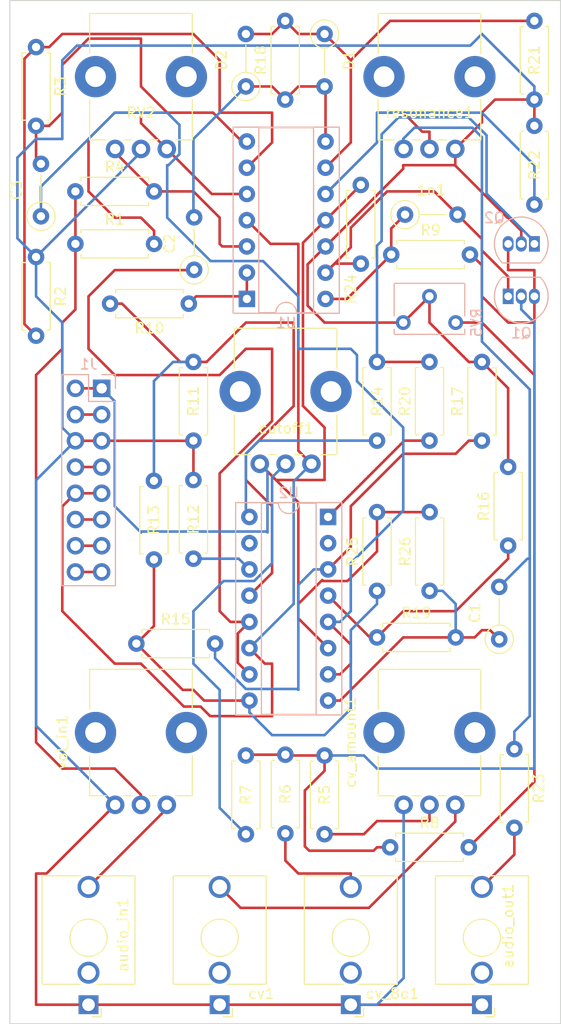
<source format=kicad_pcb>
(kicad_pcb (version 20211014) (generator pcbnew)
  (layers (0 "F.Cu" signal) (31 "B.Cu" signal) (34 "B.Paste" user) (35 "F.Paste" user) (36 "B.SilkS" user "B.Silkscreen") (37 "F.SilkS" user "F.Silkscreen") (38 "B.Mask" user) (39 "F.Mask" user) (44 "Edge.Cuts" user))
  (net 0 "")
  (net 1 "GND")
  (net 3 "Net-(1n1-Pad2)")
  (net 5 "Net-(1n1-Pad1)")
  (net 7 "Net-(R1-Pad2)")
  (net 8 "Net-(R2-Pad2)")
  (net 9 "Net-(C2-Pad1)")
  (net 10 "Net-(R4-Pad2)")
  (net 11 "Net-(R23-Pad2)")
  (net 12 "-12V")
  (net 13 "+12V")
  (net 14 "Net-(C1-Pad1)")
  (net 15 "Net-(C1-Pad2)")
  (net 16 "Net-(R6-Pad1)")
  (net 17 "Net-(D1-Pad1)")
  (net 18 "Net-(J1-Pad15)")
  (net 19 "Net-(J1-Pad13)")
  (net 20 "Net-(J1-Pad11)")
  (net 21 "Net-(Q1-Pad2)")
  (net 22 "Net-(Q1-Pad3)")
  (net 23 "Net-(Q2-Pad1)")
  (net 24 "Net-(R1-Pad1)")
  (net 25 "Net-(C2-Pad2)")
  (net 26 "Net-(R5-Pad1)")
  (net 27 "Net-(R7-Pad1)")
  (net 28 "Net-(R8-Pad2)")
  (net 29 "Net-(R10-Pad1)")
  (net 30 "Net-(R10-Pad2)")
  (net 31 "Net-(R12-Pad1)")
  (net 32 "Net-(R13-Pad2)")
  (net 33 "Net-(R14-Pad1)")
  (net 34 "Net-(R15-Pad2)")
  (net 35 "Net-(R16-Pad1)")
  (net 36 "Net-(R20-Pad1)")
  (net 37 "Net-(R22-Pad1)")
  (net 40 "Net-(audio_in1-PadT)")
  (net 42 "Net-(cv1-PadT)")
  (net 43 "Net-(J1-Pad3)")
  (net 44 "Net-(J1-Pad7)")
  (net 45 "Net-(C3-Pad1)")
  (net 46 "Net-(C3-Pad2)")
  (footprint "Resistor_THT:R_Axial_DIN0207_L6.3mm_D2.5mm_P7.62mm_Horizontal" (layer "F.Cu") (at 151.238077 72.858635)
    (fp_text reference "R9")
    (fp_text value "4.7k")
  )
  (footprint "Resistor_THT:R_Axial_DIN0207_L6.3mm_D2.5mm_P7.62mm_Horizontal" (layer "F.Cu") (at 148.289362 73.734073 90)
    (fp_text reference "R24")
    (fp_text value "470k")
  )
  (footprint "Potentiometer_THT:Potentiometer_Bourns_PTV09A-1_Single_Vertical" (layer "F.Cu") (at 157.44 62.63 90)
    (fp_text reference "resonance1")
    (fp_text value "100k")
  )
  (footprint "Potentiometer_THT:Potentiometer_Bourns_PTV09A-1_Single_Vertical" (layer "F.Cu") (at 157.44 126.13 90)
    (fp_text reference "cv_amount1")
    (fp_text value "100k")
  )
  (footprint "Resistor_THT:R_Axial_DIN0207_L6.3mm_D2.5mm_P7.62mm_Horizontal" (layer "F.Cu") (at 126.554436 110.518109)
    (fp_text reference "R15")
    (fp_text value "10k")
  )
  (footprint "Resistor_THT:R_Axial_DIN0207_L6.3mm_D2.5mm_P7.62mm_Horizontal" (layer "F.Cu") (at 149.86 90.87 90)
    (fp_text reference "R14")
    (fp_text value "10k")
  )
  (footprint "Potentiometer_THT:Potentiometer_Bourns_PTV09A-1_Single_Vertical" (layer "F.Cu") (at 129.5 62.63 90)
    (fp_text reference "RV2")
    (fp_text value "100k")
  )
  (footprint "Resistor_THT:R_Axial_DIN0207_L6.3mm_D2.5mm_P7.62mm_Horizontal" (layer "F.Cu") (at 120.65 71.82)
    (fp_text reference "R1")
    (fp_text value "100k")
  )
  (footprint "Resistor_THT:R_Axial_DIN0207_L6.3mm_D2.5mm_P7.62mm_Horizontal" (layer "F.Cu") (at 165.1 68.01 90)
    (fp_text reference "R22")
    (fp_text value "47k")
  )
  (footprint "Resistor_THT:R_Axial_DIN0207_L6.3mm_D2.5mm_P7.62mm_Horizontal" (layer "F.Cu") (at 140.97 57.85 90)
    (fp_text reference "R18")
    (fp_text value "10k")
  )
  (footprint "Resistor_THT:R_Axial_DIN0207_L6.3mm_D2.5mm_P7.62mm_Horizontal" (layer "F.Cu") (at 160.02 90.87 90)
    (fp_text reference "R17")
    (fp_text value "220")
  )
  (footprint "Resistor_THT:R_Axial_DIN0207_L6.3mm_D2.5mm_P7.62mm_Horizontal" (layer "F.Cu") (at 120.65 66.74)
    (fp_text reference "R4")
    (fp_text value "100k")
  )
  (footprint "Connector_Audio:Jack_3.5mm_QingPu_WQP-PJ398SM_Vertical_CircularHoles" (layer "F.Cu") (at 160.02 145.48 180)
    (fp_text reference "audio_out1")
    (fp_text value "AudioJack2_SwitchT")
  )
  (footprint "Resistor_THT:R_Axial_DIN0207_L6.3mm_D2.5mm_P5.08mm_Vertical" (layer "F.Cu") (at 137.16 56.58 90)
    (fp_text reference "D2")
    (fp_text value "LED")
  )
  (footprint "Resistor_THT:R_Axial_DIN0207_L6.3mm_D2.5mm_P5.08mm_Vertical" (layer "F.Cu") (at 161.698385 110.106821 90)
    (fp_text reference "C1")
    (fp_text value "470n")
  )
  (footprint "Resistor_THT:R_Axial_DIN0207_L6.3mm_D2.5mm_P7.62mm_Horizontal" (layer "F.Cu") (at 132.08 83.25 -90)
    (fp_text reference "R11")
    (fp_text value "220")
  )
  (footprint "Resistor_THT:R_Axial_DIN0207_L6.3mm_D2.5mm_P7.62mm_Horizontal" (layer "F.Cu") (at 128.255709 94.758654 -90)
    (fp_text reference "R13")
    (fp_text value "10k")
  )
  (footprint "Resistor_THT:R_Axial_DIN0207_L6.3mm_D2.5mm_P7.62mm_Horizontal" (layer "F.Cu") (at 131.6325 77.609507 180)
    (fp_text reference "R10")
    (fp_text value "4.7k")
  )
  (footprint "Resistor_THT:R_Axial_DIN0207_L6.3mm_D2.5mm_P7.62mm_Horizontal" (layer "F.Cu") (at 144.78 128.97 90)
    (fp_text reference "R5")
    (fp_text value "100k")
  )
  (footprint "Resistor_THT:R_Axial_DIN0207_L6.3mm_D2.5mm_P7.62mm_Horizontal" (layer "F.Cu") (at 163.160436 120.730509 -90)
    (fp_text reference "R23")
    (fp_text value "1k")
  )
  (footprint "Resistor_THT:R_Axial_DIN0207_L6.3mm_D2.5mm_P5.08mm_Vertical" (layer "F.Cu") (at 152.574806 68.989162)
    (fp_text reference "1n1")
    (fp_text value "4.7n")
  )
  (footprint "Resistor_THT:R_Axial_DIN0207_L6.3mm_D2.5mm_P7.62mm_Horizontal" (layer "F.Cu") (at 137.16 128.97 90)
    (fp_text reference "R7")
    (fp_text value "220k")
  )
  (footprint "Potentiometer_THT:Potentiometer_Bourns_PTV09A-1_Single_Vertical" (layer "F.Cu") (at 129.5 126.13 90)
    (fp_text reference "vol_in1")
    (fp_text value "100k")
  )
  (footprint "Resistor_THT:R_Axial_DIN0207_L6.3mm_D2.5mm_P7.62mm_Horizontal" (layer "F.Cu") (at 151.13 130.24)
    (fp_text reference "R8")
    (fp_text value "1.5k")
  )
  (footprint "Resistor_THT:R_Axial_DIN0207_L6.3mm_D2.5mm_P7.62mm_Horizontal" (layer "F.Cu") (at 132.08 102.3 90)
    (fp_text reference "R12")
    (fp_text value "220")
  )
  (footprint "Connector_Audio:Jack_3.5mm_QingPu_WQP-PJ398SM_Vertical_CircularHoles" (layer "F.Cu") (at 147.32 145.48 180)
    (fp_text reference "cv_8o1")
    (fp_text value "AudioJack2_SwitchT")
  )
  (footprint "Resistor_THT:R_Axial_DIN0207_L6.3mm_D2.5mm_P7.62mm_Horizontal" (layer "F.Cu") (at 154.956345 105.41 90)
    (fp_text reference "R26")
    (fp_text value "10k")
  )
  (footprint "Resistor_THT:R_Axial_DIN0207_L6.3mm_D2.5mm_P7.62mm_Horizontal" (layer "F.Cu") (at 149.86 105.41 90)
    (fp_text reference "R25")
    (fp_text value "10k")
  )
  (footprint "Connector_Audio:Jack_3.5mm_QingPu_WQP-PJ398SM_Vertical_CircularHoles" (layer "F.Cu") (at 134.62 145.48 180)
    (fp_text reference "cv1")
    (fp_text value "AudioJack2_SwitchT")
  )
  (footprint "Potentiometer_THT:Potentiometer_Bourns_PTV09A-1_Single_Vertical" (layer "F.Cu") (at 143.506702 93.11 90)
    (fp_text reference "cutoff1")
    (fp_text value "10k")
  )
  (footprint "Resistor_THT:R_Axial_DIN0207_L6.3mm_D2.5mm_P5.08mm_Vertical" (layer "F.Cu") (at 117.312903 69.152244 90)
    (fp_text reference "C3")
    (fp_text value "1n")
  )
  (footprint "Resistor_THT:R_Axial_DIN0207_L6.3mm_D2.5mm_P7.62mm_Horizontal" (layer "F.Cu") (at 140.98349 128.894692 90)
    (fp_text reference "R6")
    (fp_text value "100k")
  )
  (footprint "Resistor_THT:R_Axial_DIN0207_L6.3mm_D2.5mm_P7.62mm_Horizontal" (layer "F.Cu") (at 149.86 109.92)
    (fp_text reference "R19")
    (fp_text value "10k")
  )
  (footprint "Resistor_THT:R_Axial_DIN0207_L6.3mm_D2.5mm_P7.62mm_Horizontal" (layer "F.Cu") (at 116.84 73.09 -90)
    (fp_text reference "R2")
    (fp_text value "100k")
  )
  (footprint "Resistor_THT:R_Axial_DIN0207_L6.3mm_D2.5mm_P5.08mm_Vertical" (layer "F.Cu") (at 132.149618 74.330176 90)
    (fp_text reference "C2")
    (fp_text value "1n")
  )
  (footprint "Resistor_THT:R_Axial_DIN0207_L6.3mm_D2.5mm_P7.62mm_Horizontal" (layer "F.Cu") (at 165.1 50.23 -90)
    (fp_text reference "R21")
    (fp_text value "4.7k")
  )
  (footprint "Resistor_THT:R_Axial_DIN0207_L6.3mm_D2.5mm_P7.62mm_Horizontal" (layer "F.Cu") (at 154.94 90.87 90)
    (fp_text reference "R20")
    (fp_text value "10k")
  )
  (footprint "Resistor_THT:R_Axial_DIN0207_L6.3mm_D2.5mm_P5.08mm_Vertical" (layer "F.Cu") (at 144.78 51.5 -90)
    (fp_text reference "D1")
    (fp_text value "LED")
  )
  (footprint "Resistor_THT:R_Axial_DIN0207_L6.3mm_D2.5mm_P7.62mm_Horizontal" (layer "F.Cu") (at 116.84 52.77 -90)
    (fp_text reference "R3")
    (fp_text value "100k")
  )
  (footprint "Resistor_THT:R_Axial_DIN0207_L6.3mm_D2.5mm_P7.62mm_Horizontal" (layer "F.Cu") (at 162.56 101.03 90)
    (fp_text reference "R16")
    (fp_text value "220")
  )
  (footprint "Connector_Audio:Jack_3.5mm_QingPu_WQP-PJ398SM_Vertical_CircularHoles" (layer "F.Cu") (at 121.92 145.48 180)
    (fp_text reference "audio_in1")
    (fp_text value "AudioJack2_SwitchT")
  )
  (footprint "Package_TO_SOT_THT:TO-92_Inline" (layer "B.Cu") (at 165.1 71.82 180)
    (fp_text reference "Q2")
    (fp_text value "BC557")
  )
  (footprint "Connector_PinHeader_2.54mm:PinHeader_2x08_P2.54mm_Vertical" (layer "B.Cu") (at 123.195 85.805 180)
    (fp_text reference "J1")
    (fp_text value "Conn_02x08_Odd_Even")
  )
  (footprint "Package_DIP:DIP-16_W7.62mm_Socket" (layer "B.Cu") (at 145.122602 98.256647 180)
    (fp_text reference "U2")
    (fp_text value "LM13700")
  )
  (footprint "Potentiometer_THT:Potentiometer_Vishay_T73XX_Horizontal" (layer "B.Cu") (at 157.48 79.44 90)
    (fp_text reference "RV5")
    (fp_text value "1k")
  )
  (footprint "Package_DIP:DIP-14_W7.62mm_Socket" (layer "B.Cu") (at 137.254245 77.149368)
    (fp_text reference "U1")
    (fp_text value "TL074")
  )
  (footprint "Package_TO_SOT_THT:TO-92_Inline" (layer "B.Cu") (at 162.56 76.9)
    (fp_text reference "Q1")
    (fp_text value "BC557")
  )
  (gr_rect (start 114.3 48.26) (end 167.64 147.32) (layer "Edge.Cuts") (width 0.1) (fill none))
  (segment (start 157.4 64.2) (end 157.44 64.24) (width 0.25) (layer "F.Cu") (net 1))
  (segment (start 162.56 85.79) (end 162.56 93.41) (width 0.25) (layer "F.Cu") (net 1))
  (segment (start 152.4 64.543613) (end 152.4 64.2) (width 0.25) (layer "F.Cu") (net 1))
  (segment (start 160.02 59.12) (end 160.02 60.05) (width 0.25) (layer "F.Cu") (net 1))
  (segment (start 116.84 132.78) (end 116.84 145.48) (width 0.25) (layer "F.Cu") (net 1))
  (segment (start 116.84 145.48) (end 121.92 145.48) (width 0.25) (layer "F.Cu") (net 1))
  (segment (start 124.5 126.13) (end 117.85 132.78) (width 0.25) (layer "F.Cu") (net 1))
  (segment (start 144.78 79.44) (end 152.4 79.44) (width 0.25) (layer "F.Cu") (net 1))
  (segment (start 152.4 64.2) (end 157.4 64.2) (width 0.25) (layer "F.Cu") (net 1))
  (segment (start 121.92 145.48) (end 134.62 145.48) (width 0.25) (layer "F.Cu") (net 1))
  (segment (start 163.83 70.55) (end 163.83 71.82) (width 0.25) (layer "F.Cu") (net 1))
  (segment (start 117.85 132.78) (end 116.84 132.78) (width 0.25) (layer "F.Cu") (net 1))
  (segment (start 157.44 64.24) (end 162.48 69.28) (width 0.25) (layer "F.Cu") (net 1))
  (segment (start 162.48 69.28) (end 162.56 69.28) (width 0.25) (layer "F.Cu") (net 1))
  (segment (start 152.4 79.44) (end 154.94 76.9) (width 0.25) (layer "F.Cu") (net 1))
  (segment (start 158.75 83.25) (end 154.94 79.44) (width 0.25) (layer "F.Cu") (net 1))
  (segment (start 144.874245 72.069368) (end 152.4 64.543613) (width 0.25) (layer "F.Cu") (net 1))
  (segment (start 134.62 145.48) (end 147.32 145.48) (width 0.25) (layer "F.Cu") (net 1))
  (segment (start 132.08 90.87) (end 132.08 94.68) (width 0.25) (layer "F.Cu") (net 1))
  (segment (start 160.02 83.25) (end 162.56 85.79) (width 0.25) (layer "F.Cu") (net 1))
  (segment (start 162.56 69.28) (end 163.83 70.55) (width 0.25) (layer "F.Cu") (net 1))
  (segment (start 147.32 145.48) (end 160.02 145.48) (width 0.25) (layer "F.Cu") (net 1))
  (segment (start 165.1 57.85) (end 165.1 60.39) (width 0.25) (layer "F.Cu") (net 1))
  (segment (start 161.29 57.85) (end 160.02 59.12) (width 0.25) (layer "F.Cu") (net 1))
  (segment (start 143.14 77.8) (end 144.78 79.44) (width 0.25) (layer "F.Cu") (net 1))
  (segment (start 143.14 73.803613) (end 143.14 77.8) (width 0.25) (layer "F.Cu") (net 1))
  (segment (start 120.655 90.885) (end 123.195 90.885) (width 0.25) (layer "F.Cu") (net 1))
  (segment (start 157.44 64.24) (end 157.44 62.63) (width 0.25) (layer "F.Cu") (net 1))
  (segment (start 154.94 79.44) (end 154.94 76.9) (width 0.25) (layer "F.Cu") (net 1))
  (segment (start 144.874245 72.069368) (end 143.14 73.803613) (width 0.25) (layer "F.Cu") (net 1))
  (segment (start 165.1 57.85) (end 161.29 57.85) (width 0.25) (layer "F.Cu") (net 1))
  (segment (start 160.02 60.05) (end 157.44 62.63) (width 0.25) (layer "F.Cu") (net 1))
  (segment (start 123.195 90.885) (end 132.065 90.885) (width 0.25) (layer "F.Cu") (net 1))
  (segment (start 160.02 83.25) (end 158.75 83.25) (width 0.25) (layer "F.Cu") (net 1))
  (segment (start 152.44 142.9) (end 149.86 145.48) (width 0.25) (layer "B.Cu") (net 1))
  (segment (start 116.84 73.09) (end 116.84 76.9) (width 0.25) (layer "B.Cu") (net 1))
  (segment (start 116.84 61.66) (end 115.031924 63.468076) (width 0.25) (layer "B.Cu") (net 1))
  (segment (start 115.031924 63.468076) (end 115.031924 71.281924) (width 0.25) (layer "B.Cu") (net 1))
  (segment (start 165.1 57.85) (end 165.1 56.58) (width 0.25) (layer "B.Cu") (net 1))
  (segment (start 119.38 79.44) (end 119.38 89.61) (width 0.25) (layer "B.Cu") (net 1))
  (segment (start 119.38 89.61) (end 120.655 90.885) (width 0.25) (layer "B.Cu") (net 1))
  (segment (start 165.1 56.58) (end 160.02 51.5) (width 0.25) (layer "B.Cu") (net 1))
  (segment (start 119.38 54.04) (end 119.38 61.66) (width 0.25) (layer "B.Cu") (net 1))
  (segment (start 115.031924 71.281924) (end 116.84 73.09) (width 0.25) (layer "B.Cu") (net 1))
  (segment (start 116.84 76.9) (end 119.38 79.44) (width 0.25) (layer "B.Cu") (net 1))
  (segment (start 160.02 51.5) (end 158.895 52.625) (width 0.25) (layer "B.Cu") (net 1))
  (segment (start 120.795 52.625) (end 119.38 54.04) (width 0.25) (layer "B.Cu") (net 1))
  (segment (start 116.86 94.68) (end 120.655 90.885) (width 0.25) (layer "B.Cu") (net 1))
  (segment (start 116.84 118.47) (end 116.84 94.68) (width 0.25) (layer "B.Cu") (net 1))
  (segment (start 149.86 145.48) (end 147.32 145.48) (width 0.25) (layer "B.Cu") (net 1))
  (segment (start 119.38 61.66) (end 116.84 61.66) (width 0.25) (layer "B.Cu") (net 1))
  (segment (start 116.84 94.68) (end 116.86 94.68) (width 0.25) (layer "B.Cu") (net 1))
  (segment (start 116.84 73.09) (end 127 62.93) (width 0.25) (layer "B.Cu") (net 1))
  (segment (start 124.5 126.13) (end 116.84 118.47) (width 0.25) (layer "B.Cu") (net 1))
  (segment (start 158.895 52.625) (end 120.795 52.625) (width 0.25) (layer "B.Cu") (net 1))
  (segment (start 152.44 126.13) (end 152.44 142.9) (width 0.25) (layer "B.Cu") (net 1))
  (segment (start 160.02 71.354356) (end 157.654806 68.989162) (width 0.25) (layer "F.Cu") (net 3))
  (segment (start 162.56 76.9) (end 162.56 74.996396) (width 0.25) (layer "F.Cu") (net 3))
  (segment (start 145.74954 73.734073) (end 144.874245 74.609368) (width 0.25) (layer "F.Cu") (net 3))
  (segment (start 150.840009 66.74) (end 155.405644 66.74) (width 0.25) (layer "F.Cu") (net 3))
  (segment (start 147.32 72.163613) (end 147.32 70.260009) (width 0.25) (layer "F.Cu") (net 3))
  (segment (start 160.02 72.456396) (end 160.02 71.354356) (width 0.25) (layer "F.Cu") (net 3))
  (segment (start 162.56 74.996396) (end 160.02 72.456396) (width 0.25) (layer "F.Cu") (net 3))
  (segment (start 155.405644 66.74) (end 157.654806 68.989162) (width 0.25) (layer "F.Cu") (net 3))
  (segment (start 148.289362 73.734073) (end 145.74954 73.734073) (width 0.25) (layer "F.Cu") (net 3))
  (segment (start 144.874245 74.609368) (end 147.32 72.163613) (width 0.25) (layer "F.Cu") (net 3))
  (segment (start 147.32 70.260009) (end 150.840009 66.74) (width 0.25) (layer "F.Cu") (net 3))
  (segment (start 151.238077 70.325891) (end 152.574806 68.989162) (width 0.25) (layer "F.Cu") (net 5))
  (segment (start 146.947344 77.149368) (end 151.238077 72.858635) (width 0.25) (layer "F.Cu") (net 5))
  (segment (start 151.238077 72.858635) (end 151.238077 70.325891) (width 0.25) (layer "F.Cu") (net 5))
  (segment (start 144.874245 77.149368) (end 146.947344 77.149368) (width 0.25) (layer "F.Cu") (net 5))
  (segment (start 124.46 59.12) (end 127 59.12) (width 0.25) (layer "F.Cu") (net 7))
  (segment (start 133.859368 66.989368) (end 137.254245 66.989368) (width 0.25) (layer "F.Cu") (net 7))
  (segment (start 127 69.28) (end 124.46 69.28) (width 0.25) (layer "F.Cu") (net 7))
  (segment (start 128.27 70.55) (end 127 69.28) (width 0.25) (layer "F.Cu") (net 7))
  (segment (start 128.27 71.82) (end 128.27 70.55) (width 0.25) (layer "F.Cu") (net 7))
  (segment (start 121.92 66.74) (end 121.92 61.66) (width 0.25) (layer "F.Cu") (net 7))
  (segment (start 124.46 69.28) (end 121.92 66.74) (width 0.25) (layer "F.Cu") (net 7))
  (segment (start 129.5 62.63) (end 133.859368 66.989368) (width 0.25) (layer "F.Cu") (net 7))
  (segment (start 127 60.13) (end 129.5 62.63) (width 0.25) (layer "F.Cu") (net 7))
  (segment (start 127 59.12) (end 127 60.13) (width 0.25) (layer "F.Cu") (net 7))
  (segment (start 121.92 61.66) (end 124.46 59.12) (width 0.25) (layer "F.Cu") (net 7))
  (segment (start 134.62 59.12) (end 139.7 59.12) (width 0.25) (layer "F.Cu") (net 8))
  (segment (start 139.7 59.12) (end 139.7 62.003613) (width 0.25) (layer "F.Cu") (net 8))
  (segment (start 119.38 51.5) (end 132.08 51.5) (width 0.25) (layer "F.Cu") (net 8))
  (segment (start 134.62 54.04) (end 134.62 59.12) (width 0.25) (layer "F.Cu") (net 8))
  (segment (start 139.7 62.003613) (end 137.254245 64.449368) (width 0.25) (layer "F.Cu") (net 8))
  (segment (start 115.715 53.895) (end 115.715 79.585) (width 0.25) (layer "F.Cu") (net 8))
  (segment (start 116.84 52.77) (end 118.11 52.77) (width 0.25) (layer "F.Cu") (net 8))
  (segment (start 116.84 52.77) (end 115.715 53.895) (width 0.25) (layer "F.Cu") (net 8))
  (segment (start 115.715 79.585) (end 116.84 80.71) (width 0.25) (layer "F.Cu") (net 8))
  (segment (start 132.08 51.5) (end 134.62 54.04) (width 0.25) (layer "F.Cu") (net 8))
  (segment (start 118.11 52.77) (end 119.38 51.5) (width 0.25) (layer "F.Cu") (net 8))
  (segment (start 137.16 81.98) (end 139.7 81.98) (width 0.25) (layer "F.Cu") (net 9))
  (segment (start 124.46 74.36) (end 121.92 76.9) (width 0.25) (layer "F.Cu") (net 9))
  (segment (start 135.656647 108.416647) (end 137.502602 108.416647) (width 0.25) (layer "F.Cu") (net 9))
  (segment (start 124.46 84.52) (end 134.62 84.52) (width 0.25) (layer "F.Cu") (net 9))
  (segment (start 136.377602 112.371647) (end 137.502602 113.496647) (width 0.25) (layer "F.Cu") (net 9))
  (segment (start 139.7 88.963604) (end 134.62 94.043604) (width 0.25) (layer "F.Cu") (net 9))
  (segment (start 121.92 81.98) (end 124.46 84.52) (width 0.25) (layer "F.Cu") (net 9))
  (segment (start 134.62 84.52) (end 137.16 81.98) (width 0.25) (layer "F.Cu") (net 9))
  (segment (start 137.502602 108.416647) (end 136.377602 109.541647) (width 0.25) (layer "F.Cu") (net 9))
  (segment (start 121.92 76.9) (end 121.92 81.98) (width 0.25) (layer "F.Cu") (net 9))
  (segment (start 134.62 94.043604) (end 134.62 107.38) (width 0.25) (layer "F.Cu") (net 9))
  (segment (start 139.7 81.98) (end 139.7 88.963604) (width 0.25) (layer "F.Cu") (net 9))
  (segment (start 134.62 107.38) (end 135.656647 108.416647) (width 0.25) (layer "F.Cu") (net 9))
  (segment (start 136.377602 109.541647) (end 136.377602 112.371647) (width 0.25) (layer "F.Cu") (net 9))
  (segment (start 132.08 74.36) (end 124.46 74.36) (width 0.25) (layer "F.Cu") (net 9))
  (segment (start 134.62 71.82) (end 134.869368 72.069368) (width 0.25) (layer "F.Cu") (net 10))
  (segment (start 134.62 69.28) (end 134.62 71.82) (width 0.25) (layer "F.Cu") (net 10))
  (segment (start 128.27 66.74) (end 132.08 66.74) (width 0.25) (layer "F.Cu") (net 10))
  (segment (start 134.869368 72.069368) (end 137.254245 72.069368) (width 0.25) (layer "F.Cu") (net 10))
  (segment (start 132.08 66.74) (end 134.62 69.28) (width 0.25) (layer "F.Cu") (net 10))
  (segment (start 128.27 66.74) (end 124.5 62.97) (width 0.25) (layer "F.Cu") (net 10))
  (segment (start 163.160436 130.939564) (end 160.02 134.08) (width 0.25) (layer "F.Cu") (net 11))
  (segment (start 163.160436 128.350509) (end 163.160436 130.939564) (width 0.25) (layer "F.Cu") (net 11))
  (segment (start 142.24 108.074045) (end 145.122602 110.956647) (width 0.25) (layer "F.Cu") (net 12))
  (segment (start 146.998353 104.461647) (end 149.86 101.6) (width 0.25) (layer "F.Cu") (net 12))
  (segment (start 144.656611 104.461647) (end 146.998353 104.461647) (width 0.25) (layer "F.Cu") (net 12))
  (segment (start 149.86 101.6) (end 149.86 97.79) (width 0.25) (layer "F.Cu") (net 12))
  (segment (start 142.69 71.713613) (end 144.874245 69.529368) (width 0.25) (layer "F.Cu") (net 12))
  (segment (start 138.506702 93.11) (end 142.24 96.843298) (width 0.25) (layer "F.Cu") (net 12))
  (segment (start 144.78 94.68) (end 144.78 89.6) (width 0.25) (layer "F.Cu") (net 12))
  (segment (start 148.289362 66.114073) (end 144.874245 69.52919) (width 0.25) (layer "F.Cu") (net 12))
  (segment (start 120.655 85.805) (end 123.195 85.805) (width 0.25) (layer "F.Cu") (net 12))
  (segment (start 142.24 96.843298) (end 142.24 106.68) (width 0.25) (layer "F.Cu") (net 12))
  (segment (start 140.076702 94.68) (end 144.78 94.68) (width 0.25) (layer "F.Cu") (net 12))
  (segment (start 149.86 97.79) (end 154.956345 97.79) (width 0.25) (layer "F.Cu") (net 12))
  (segment (start 142.24 106.68) (end 144.557482 104.362518) (width 0.25) (layer "F.Cu") (net 12))
  (segment (start 144.557482 104.362518) (end 144.656611 104.461647) (width 0.25) (layer "F.Cu") (net 12))
  (segment (start 144.874245 69.52919) (end 144.874245 69.529368) (width 0.25) (layer "F.Cu") (net 12))
  (segment (start 142.24 106.68) (end 142.24 108.074045) (width 0.25) (layer "F.Cu") (net 12))
  (segment (start 138.506702 93.11) (end 140.076702 94.68) (width 0.25) (layer "F.Cu") (net 12))
  (segment (start 144.78 89.6) (end 142.69 87.51) (width 0.25) (layer "F.Cu") (net 12))
  (segment (start 142.69 87.51) (end 142.69 71.713613) (width 0.25) (layer "F.Cu") (net 12))
  (segment (start 127.088353 99.671647) (end 127 99.76) (width 0.25) (layer "B.Cu") (net 12))
  (segment (start 124.46 87.06) (end 123.205 85.805) (width 0.25) (layer "B.Cu") (net 12))
  (segment (start 139.25 99.76) (end 139.161647 99.671647) (width 0.25) (layer "B.Cu") (net 12))
  (segment (start 124.46 97.22) (end 124.46 87.06) (width 0.25) (layer "B.Cu") (net 12))
  (segment (start 127 99.76) (end 124.46 97.22) (width 0.25) (layer "B.Cu") (net 12))
  (segment (start 138.506702 93.11) (end 139.25 93.853298) (width 0.25) (layer "B.Cu") (net 12))
  (segment (start 139.161647 99.671647) (end 127.088353 99.671647) (width 0.25) (layer "B.Cu") (net 12))
  (segment (start 139.25 93.853298) (end 139.25 99.76) (width 0.25) (layer "B.Cu") (net 12))
  (segment (start 139.7 112.46) (end 139.7 117.54) (width 0.25) (layer "F.Cu") (net 13))
  (segment (start 127 112.46) (end 124.46 112.46) (width 0.25) (layer "F.Cu") (net 13))
  (segment (start 131.155912 116.615912) (end 127 112.46) (width 0.25) (layer "F.Cu") (net 13))
  (segment (start 120.655 95.965) (end 123.195 95.965) (width 0.25) (layer "F.Cu") (net 13))
  (segment (start 142.24 71.82) (end 139.544877 71.82) (width 0.25) (layer "F.Cu") (net 13))
  (segment (start 139.544877 71.82) (end 137.254245 69.529368) (width 0.25) (layer "F.Cu") (net 13))
  (segment (start 133.699089 117.54) (end 132.775001 116.615912) (width 0.25) (layer "F.Cu") (net 13))
  (segment (start 142.24 91.843298) (end 142.24 71.82) (width 0.25) (layer "F.Cu") (net 13))
  (segment (start 137.502602 110.956647) (end 139.005955 112.46) (width 0.25) (layer "F.Cu") (net 13))
  (segment (start 124.46 112.46) (end 119.38 107.38) (width 0.25) (layer "F.Cu") (net 13))
  (segment (start 119.38 107.38) (end 119.38 97.22) (width 0.25) (layer "F.Cu") (net 13))
  (segment (start 139.005955 112.46) (end 139.7 112.46) (width 0.25) (layer "F.Cu") (net 13))
  (segment (start 139.7 117.54) (end 133.699089 117.54) (width 0.25) (layer "F.Cu") (net 13))
  (segment (start 119.38 97.22) (end 119.4 97.22) (width 0.25) (layer "F.Cu") (net 13))
  (segment (start 132.775001 116.615912) (end 131.155912 116.615912) (width 0.25) (layer "F.Cu") (net 13))
  (segment (start 119.4 97.22) (end 120.655 95.965) (width 0.25) (layer "F.Cu") (net 13))
  (segment (start 143.506702 93.11) (end 142.24 91.843298) (width 0.25) (layer "F.Cu") (net 13))
  (segment (start 141.79 106.669249) (end 141.79 94.826702) (width 0.25) (layer "B.Cu") (net 13))
  (segment (start 137.502602 110.956647) (end 141.79 106.669249) (width 0.25) (layer "B.Cu") (net 13))
  (segment (start 141.79 94.826702) (end 143.506702 93.11) (width 0.25) (layer "B.Cu") (net 13))
  (segment (start 160.811564 109.22) (end 160.02 109.22) (width 0.25) (layer "F.Cu") (net 14))
  (segment (start 161.698385 110.106821) (end 160.811564 109.22) (width 0.25) (layer "F.Cu") (net 14))
  (segment (start 146.283353 116.036647) (end 152.4 109.92) (width 0.25) (layer "F.Cu") (net 14))
  (segment (start 152.4 109.92) (end 157.48 109.92) (width 0.25) (layer "F.Cu") (net 14))
  (segment (start 160.02 109.22) (end 159.32 109.92) (width 0.25) (layer "F.Cu") (net 14))
  (segment (start 159.32 109.92) (end 157.48 109.92) (width 0.25) (layer "F.Cu") (net 14))
  (segment (start 145.122602 116.036647) (end 146.283353 116.036647) (width 0.25) (layer "F.Cu") (net 14))
  (segment (start 154.956345 105.41) (end 156.21 105.41) (width 0.25) (layer "B.Cu") (net 14))
  (segment (start 156.21 105.41) (end 157.48 106.68) (width 0.25) (layer "B.Cu") (net 14))
  (segment (start 157.48 106.68) (end 157.48 109.92) (width 0.25) (layer "B.Cu") (net 14))
  (segment (start 164.65 117.54) (end 163.160436 119.029564) (width 0.25) (layer "B.Cu") (net 15))
  (segment (start 153.475135 60.576722) (end 159.098407 60.576722) (width 0.25) (layer "B.Cu") (net 15))
  (segment (start 164.65 102.3) (end 164.65 117.54) (width 0.25) (layer "B.Cu") (net 15))
  (segment (start 152.4 61.651857) (end 153.475135 60.576722) (width 0.25) (layer "B.Cu") (net 15))
  (segment (start 164.65 85.91) (end 164.65 102.3) (width 0.25) (layer "B.Cu") (net 15))
  (segment (start 164.425206 102.3) (end 161.698385 105.026821) (width 0.25) (layer "B.Cu") (net 15))
  (segment (start 160.02 81.28) (end 164.65 85.91) (width 0.25) (layer "B.Cu") (net 15))
  (segment (start 152.4 62.59) (end 152.4 61.651857) (width 0.25) (layer "B.Cu") (net 15))
  (segment (start 159.098407 60.576722) (end 160.02 61.498315) (width 0.25) (layer "B.Cu") (net 15))
  (segment (start 164.65 102.3) (end 164.425206 102.3) (width 0.25) (layer "B.Cu") (net 15))
  (segment (start 160.02 61.498315) (end 160.02 81.28) (width 0.25) (layer "B.Cu") (net 15))
  (segment (start 163.160436 119.029564) (end 163.160436 120.730509) (width 0.25) (layer "B.Cu") (net 15))
  (segment (start 140.98349 128.894692) (end 140.98349 131.52349) (width 0.25) (layer "F.Cu") (net 16))
  (segment (start 147.32 132.78) (end 147.32 134.08) (width 0.25) (layer "F.Cu") (net 16))
  (segment (start 140.98349 131.52349) (end 142.24 132.78) (width 0.25) (layer "F.Cu") (net 16))
  (segment (start 142.24 132.78) (end 147.32 132.78) (width 0.25) (layer "F.Cu") (net 16))
  (segment (start 139.7 51.5) (end 140.97 50.23) (width 0.25) (layer "F.Cu") (net 17))
  (segment (start 165.1 50.23) (end 151.13 50.23) (width 0.25) (layer "F.Cu") (net 17))
  (segment (start 144.874245 64.449368) (end 147.32 62.003613) (width 0.25) (layer "F.Cu") (net 17))
  (segment (start 151.13 50.23) (end 147.32 54.04) (width 0.25) (layer "F.Cu") (net 17))
  (segment (start 142.24 51.5) (end 144.78 51.5) (width 0.25) (layer "F.Cu") (net 17))
  (segment (start 137.16 51.5) (end 139.7 51.5) (width 0.25) (layer "F.Cu") (net 17))
  (segment (start 140.97 50.23) (end 142.24 51.5) (width 0.25) (layer "F.Cu") (net 17))
  (segment (start 147.32 54.04) (end 144.78 51.5) (width 0.25) (layer "F.Cu") (net 17))
  (segment (start 147.32 62.003613) (end 147.32 54.04) (width 0.25) (layer "F.Cu") (net 17))
  (segment (start 120.655 103.585) (end 123.195 103.585) (width 0.25) (layer "F.Cu") (net 18))
  (segment (start 120.655 101.045) (end 123.195 101.045) (width 0.25) (layer "F.Cu") (net 19))
  (segment (start 120.655 98.505) (end 123.195 98.505) (width 0.25) (layer "F.Cu") (net 20))
  (segment (start 144.78 121.35) (end 141.058798 121.35) (width 0.25) (layer "F.Cu") (net 21))
  (segment (start 144.78 121.35) (end 144.78 122.834859) (width 0.25) (layer "F.Cu") (net 21))
  (segment (start 144.78 122.834859) (end 142.869251 124.745608) (width 0.25) (layer "F.Cu") (net 21))
  (segment (start 142.869251 124.745608) (end 142.869251 130.146366) (width 0.25) (layer "F.Cu") (net 21))
  (segment (start 143.29284 130.569955) (end 149.530045 130.569955) (width 0.25) (layer "F.Cu") (net 21))
  (segment (start 140.98349 121.274692) (end 137.235308 121.274692) (width 0.25) (layer "F.Cu") (net 21))
  (segment (start 149.86 130.24) (end 151.13 130.24) (width 0.25) (layer "F.Cu") (net 21))
  (segment (start 149.530045 130.569955) (end 149.86 130.24) (width 0.25) (layer "F.Cu") (net 21))
  (segment (start 142.869251 130.146366) (end 143.29284 130.569955) (width 0.25) (layer "F.Cu") (net 21))
  (segment (start 165.1 79.44) (end 163.83 78.17) (width 0.25) (layer "B.Cu") (net 21))
  (segment (start 144.78 121.35) (end 148.59 121.35) (width 0.25) (layer "B.Cu") (net 21))
  (segment (start 148.59 121.35) (end 149.86 122.62) (width 0.25) (layer "B.Cu") (net 21))
  (segment (start 163.83 78.17) (end 163.83 76.9) (width 0.25) (layer "B.Cu") (net 21))
  (segment (start 165.1 122.62) (end 165.1 79.44) (width 0.25) (layer "B.Cu") (net 21))
  (segment (start 149.86 122.62) (end 165.1 122.62) (width 0.25) (layer "B.Cu") (net 21))
  (segment (start 158.981365 72.858635) (end 160.02 73.89727) (width 0.25) (layer "F.Cu") (net 22))
  (segment (start 165.1 74.36) (end 165.1 76.9) (width 0.25) (layer "F.Cu") (net 22))
  (segment (start 162.56 71.82) (end 162.56 74.36) (width 0.25) (layer "F.Cu") (net 22))
  (segment (start 162.56 79.44) (end 165.1 79.44) (width 0.25) (layer "F.Cu") (net 22))
  (segment (start 165.1 79.44) (end 165.1 76.9) (width 0.25) (layer "F.Cu") (net 22))
  (segment (start 160.02 73.89727) (end 160.02 76.9) (width 0.25) (layer "F.Cu") (net 22))
  (segment (start 162.56 74.36) (end 165.1 74.36) (width 0.25) (layer "F.Cu") (net 22))
  (segment (start 160.02 76.9) (end 162.56 79.44) (width 0.25) (layer "F.Cu") (net 22))
  (segment (start 149.86 83.25) (end 154.94 83.25) (width 0.25) (layer "F.Cu") (net 23))
  (segment (start 150.31 71.53811) (end 149.86 71.98811) (width 0.25) (layer "B.Cu") (net 23))
  (segment (start 149.86 71.98811) (end 149.86 83.25) (width 0.25) (layer "B.Cu") (net 23))
  (segment (start 160.47 66.965) (end 160.47 61.311919) (width 0.25) (layer "B.Cu") (net 23))
  (segment (start 160.47 61.311919) (end 158.728081 59.57) (width 0.25) (layer "B.Cu") (net 23))
  (segment (start 150.31 61.21) (end 150.31 71.53811) (width 0.25) (layer "B.Cu") (net 23))
  (segment (start 165.1 71.595) (end 160.47 66.965) (width 0.25) (layer "B.Cu") (net 23))
  (segment (start 158.728081 59.57) (end 151.95 59.57) (width 0.25) (layer "B.Cu") (net 23))
  (segment (start 151.95 59.57) (end 150.31 61.21) (width 0.25) (layer "B.Cu") (net 23))
  (segment (start 116.84 84.52) (end 116.84 120.08) (width 0.25) (layer "F.Cu") (net 24))
  (segment (start 124.46 122.62) (end 127 125.16) (width 0.25) (layer "F.Cu") (net 24))
  (segment (start 120.65 66.74) (end 120.65 71.82) (width 0.25) (layer "F.Cu") (net 24))
  (segment (start 116.84 120.08) (end 119.38 122.62) (width 0.25) (layer "F.Cu") (net 24))
  (segment (start 120.65 78.17) (end 119.38 79.44) (width 0.25) (layer "F.Cu") (net 24))
  (segment (start 127 125.16) (end 127 126.13) (width 0.25) (layer "F.Cu") (net 24))
  (segment (start 119.38 122.62) (end 124.46 122.62) (width 0.25) (layer "F.Cu") (net 24))
  (segment (start 119.38 79.44) (end 119.38 81.98) (width 0.25) (layer "F.Cu") (net 24))
  (segment (start 120.65 71.82) (end 120.65 78.17) (width 0.25) (layer "F.Cu") (net 24))
  (segment (start 119.38 81.98) (end 116.84 84.52) (width 0.25) (layer "F.Cu") (net 24))
  (segment (start 142.24 56.58) (end 144.78 56.58) (width 0.25) (layer "F.Cu") (net 25))
  (segment (start 139.7 56.58) (end 140.97 57.85) (width 0.25) (layer "F.Cu") (net 25))
  (segment (start 137.16 56.58) (end 139.7 56.58) (width 0.25) (layer "F.Cu") (net 25))
  (segment (start 140.97 57.85) (end 142.24 56.58) (width 0.25) (layer "F.Cu") (net 25))
  (segment (start 144.874245 61.909368) (end 144.874245 56.674245) (width 0.25) (layer "F.Cu") (net 25))
  (segment (start 132.08 69.28) (end 132.08 61.66) (width 0.25) (layer "B.Cu") (net 25))
  (segment (start 132.08 61.66) (end 137.16 56.58) (width 0.25) (layer "B.Cu") (net 25))
  (segment (start 149.86 127.7) (end 154.94 127.7) (width 0.25) (layer "F.Cu") (net 26))
  (segment (start 148.59 128.97) (end 149.86 127.7) (width 0.25) (layer "F.Cu") (net 26))
  (segment (start 154.94 127.7) (end 154.94 126.13) (width 0.25) (layer "F.Cu") (net 26))
  (segment (start 144.78 128.97) (end 148.59 128.97) (width 0.25) (layer "F.Cu") (net 26))
  (segment (start 132.08 112.46) (end 132.08 107.38) (width 0.25) (layer "B.Cu") (net 27))
  (segment (start 134.998353 104.461647) (end 137.968593 104.461647) (width 0.25) (layer "B.Cu") (net 27))
  (segment (start 139.7 94.416702) (end 141.006702 93.11) (width 0.25) (layer "B.Cu") (net 27))
  (segment (start 139.7 102.73024) (end 139.7 94.416702) (width 0.25) (layer "B.Cu") (net 27))
  (segment (start 137.16 128.97) (end 134.62 126.43) (width 0.25) (layer "B.Cu") (net 27))
  (segment (start 134.62 115) (end 132.08 112.46) (width 0.25) (layer "B.Cu") (net 27))
  (segment (start 137.968593 104.461647) (end 139.7 102.73024) (width 0.25) (layer "B.Cu") (net 27))
  (segment (start 132.08 107.38) (end 134.998353 104.461647) (width 0.25) (layer "B.Cu") (net 27))
  (segment (start 134.62 126.43) (end 134.62 115) (width 0.25) (layer "B.Cu") (net 27))
  (segment (start 160.02 79.44) (end 165.1 84.52) (width 0.25) (layer "F.Cu") (net 28))
  (segment (start 165.1 123.89) (end 158.75 130.24) (width 0.25) (layer "F.Cu") (net 28))
  (segment (start 165.1 84.52) (end 165.1 123.89) (width 0.25) (layer "F.Cu") (net 28))
  (segment (start 157.48 79.44) (end 160.02 79.44) (width 0.25) (layer "F.Cu") (net 28))
  (segment (start 132.342007 76.9) (end 137.004877 76.9) (width 0.25) (layer "F.Cu") (net 29))
  (segment (start 137.254245 74.609368) (end 137.254245 77.149368) (width 0.25) (layer "F.Cu") (net 29))
  (segment (start 131.6325 77.609507) (end 132.342007 76.9) (width 0.25) (layer "F.Cu") (net 29))
  (segment (start 133.35 83.25) (end 137.16 79.44) (width 0.25) (layer "F.Cu") (net 30))
  (segment (start 139.7 97.22) (end 137.16 94.68) (width 0.25) (layer "F.Cu") (net 30))
  (segment (start 124.0125 77.609507) (end 125.169507 77.609507) (width 0.25) (layer "F.Cu") (net 30))
  (segment (start 141.79 79.44) (end 137.16 79.44) (width 0.25) (layer "F.Cu") (net 30))
  (segment (start 137.16 92.14) (end 141.79 87.51) (width 0.25) (layer "F.Cu") (net 30))
  (segment (start 130.81 83.25) (end 132.08 83.25) (width 0.25) (layer "F.Cu") (net 30))
  (segment (start 141.79 87.51) (end 141.79 79.44) (width 0.25) (layer "F.Cu") (net 30))
  (segment (start 137.502602 105.876647) (end 139.7 103.679249) (width 0.25) (layer "F.Cu") (net 30))
  (segment (start 125.169507 77.609507) (end 130.81 83.25) (width 0.25) (layer "F.Cu") (net 30))
  (segment (start 139.7 103.679249) (end 139.7 97.22) (width 0.25) (layer "F.Cu") (net 30))
  (segment (start 132.08 83.25) (end 133.35 83.25) (width 0.25) (layer "F.Cu") (net 30))
  (segment (start 137.16 94.68) (end 137.16 92.14) (width 0.25) (layer "F.Cu") (net 30))
  (segment (start 128.255709 94.758654) (end 128.255709 85.104291) (width 0.25) (layer "B.Cu") (net 30))
  (segment (start 130.11 83.25) (end 132.08 83.25) (width 0.25) (layer "B.Cu") (net 30))
  (segment (start 128.255709 85.104291) (end 130.11 83.25) (width 0.25) (layer "B.Cu") (net 30))
  (segment (start 132.08 102.3) (end 136.465955 102.3) (width 0.25) (layer "B.Cu") (net 31))
  (segment (start 136.465955 102.3) (end 137.502602 103.336647) (width 0.25) (layer "B.Cu") (net 31))
  (segment (start 128.255709 102.378654) (end 128.255709 108.816836) (width 0.25) (layer "F.Cu") (net 32))
  (segment (start 132.08 115) (end 133.116647 116.036647) (width 0.25) (layer "F.Cu") (net 32))
  (segment (start 128.255709 108.816836) (end 126.554436 110.518109) (width 0.25) (layer "F.Cu") (net 32))
  (segment (start 126.554436 110.518109) (end 131.036327 115) (width 0.25) (layer "F.Cu") (net 32))
  (segment (start 133.116647 116.036647) (end 137.502602 116.036647) (width 0.25) (layer "F.Cu") (net 32))
  (segment (start 131.036327 115) (end 132.08 115) (width 0.25) (layer "F.Cu") (net 32))
  (segment (start 144.78 119.38) (end 139.7 119.38) (width 0.25) (layer "B.Cu") (net 32))
  (segment (start 147.32 109.22) (end 147.32 116.84) (width 0.25) (layer "B.Cu") (net 32))
  (segment (start 137.502602 117.182602) (end 137.502602 116.036647) (width 0.25) (layer "B.Cu") (net 32))
  (segment (start 149.86 105.41) (end 149.86 106.68) (width 0.25) (layer "B.Cu") (net 32))
  (segment (start 149.86 106.68) (end 147.32 109.22) (width 0.25) (layer "B.Cu") (net 32))
  (segment (start 147.32 116.84) (end 144.78 119.38) (width 0.25) (layer "B.Cu") (net 32))
  (segment (start 139.7 119.38) (end 137.502602 117.182602) (width 0.25) (layer "B.Cu") (net 32))
  (segment (start 149.86 90.87) (end 138.43 90.87) (width 0.25) (layer "B.Cu") (net 33))
  (segment (start 138.43 90.87) (end 137.16 92.14) (width 0.25) (layer "B.Cu") (net 33))
  (segment (start 137.16 92.14) (end 137.16 97.914045) (width 0.25) (layer "B.Cu") (net 33))
  (segment (start 152.4 92.14) (end 157.48 92.14) (width 0.25) (layer "F.Cu") (net 34))
  (segment (start 157.48 92.14) (end 158.75 90.87) (width 0.25) (layer "F.Cu") (net 34))
  (segment (start 147.32 97.22) (end 147.32 101.139249) (width 0.25) (layer "F.Cu") (net 34))
  (segment (start 147.32 97.22) (end 152.4 92.14) (width 0.25) (layer "F.Cu") (net 34))
  (segment (start 158.75 90.87) (end 160.02 90.87) (width 0.25) (layer "F.Cu") (net 34))
  (segment (start 147.32 101.139249) (end 145.122602 103.336647) (width 0.25) (layer "F.Cu") (net 34))
  (segment (start 142.24 104.84) (end 143.743353 103.336647) (width 0.25) (layer "B.Cu") (net 34))
  (segment (start 137.16 114.911647) (end 142.151647 114.911647) (width 0.25) (layer "B.Cu") (net 34))
  (segment (start 143.743353 103.336647) (end 145.122602 103.336647) (width 0.25) (layer "B.Cu") (net 34))
  (segment (start 134.174436 110.518109) (end 134.174436 111.926083) (width 0.25) (layer "B.Cu") (net 34))
  (segment (start 142.151647 114.911647) (end 142.24 115) (width 0.25) (layer "B.Cu") (net 34))
  (segment (start 142.24 115) (end 142.24 104.84) (width 0.25) (layer "B.Cu") (net 34))
  (segment (start 134.174436 111.926083) (end 137.16 114.911647) (width 0.25) (layer "B.Cu") (net 34))
  (segment (start 145.122602 105.876647) (end 149.165955 109.92) (width 0.25) (layer "F.Cu") (net 35))
  (segment (start 162.56 101.03) (end 162.56 102.3) (width 0.25) (layer "F.Cu") (net 35))
  (segment (start 162.56 102.3) (end 157.48 107.38) (width 0.25) (layer "F.Cu") (net 35))
  (segment (start 152.4 107.38) (end 149.86 109.92) (width 0.25) (layer "F.Cu") (net 35))
  (segment (start 157.48 107.38) (end 152.4 107.38) (width 0.25) (layer "F.Cu") (net 35))
  (segment (start 149.165955 109.92) (end 149.86 109.92) (width 0.25) (layer "F.Cu") (net 35))
  (segment (start 152.509249 90.87) (end 154.94 90.87) (width 0.25) (layer "F.Cu") (net 36))
  (segment (start 145.122602 98.256647) (end 152.509249 90.87) (width 0.25) (layer "F.Cu") (net 36))
  (segment (start 152.4 59.12) (end 154.24 60.96) (width 0.25) (layer "F.Cu") (net 37))
  (segment (start 144.874245 66.989368) (end 149.86 62.003613) (width 0.25) (layer "F.Cu") (net 37))
  (segment (start 154.94 62.63) (end 154.94 60.96) (width 0.25) (layer "F.Cu") (net 37))
  (segment (start 149.86 59.12) (end 152.4 59.12) (width 0.25) (layer "F.Cu") (net 37))
  (segment (start 149.86 62.003613) (end 149.86 59.12) (width 0.25) (layer "F.Cu") (net 37))
  (segment (start 154.24 60.96) (end 154.94 60.96) (width 0.25) (layer "F.Cu") (net 37))
  (segment (start 149.86 59.12) (end 149.86 62.003613) (width 0.25) (layer "B.Cu") (net 37))
  (segment (start 160.02 59.12) (end 149.86 59.12) (width 0.25) (layer "B.Cu") (net 37))
  (segment (start 165.1 64.2) (end 160.02 59.12) (width 0.25) (layer "B.Cu") (net 37))
  (segment (start 165.1 68.01) (end 165.1 64.2) (width 0.25) (layer "B.Cu") (net 37))
  (segment (start 149.86 62.003613) (end 144.874245 66.989368) (width 0.25) (layer "B.Cu") (net 37))
  (segment (start 121.92 134.08) (end 129.5 126.5) (width 0.25) (layer "F.Cu") (net 40))
  (segment (start 149.076684 136.103316) (end 157.44 127.74) (width 0.25) (layer "F.Cu") (net 42))
  (segment (start 134.62 134.08) (end 136.643316 136.103316) (width 0.25) (layer "F.Cu") (net 42))
  (segment (start 136.643316 136.103316) (end 149.076684 136.103316) (width 0.25) (layer "F.Cu") (net 42))
  (segment (start 157.44 127.74) (end 157.44 126.13) (width 0.25) (layer "F.Cu") (net 42))
  (segment (start 120.655 88.345) (end 123.195 88.345) (width 0.25) (layer "F.Cu") (net 43))
  (segment (start 120.655 93.425) (end 123.195 93.425) (width 0.25) (layer "F.Cu") (net 44))
  (segment (start 147.32 110.614045) (end 147.32 112.46) (width 0.25) (layer "F.Cu") (net 45))
  (segment (start 146.283353 113.496647) (end 145.122602 113.496647) (width 0.25) (layer "F.Cu") (net 45))
  (segment (start 145.122602 108.416647) (end 147.32 110.614045) (width 0.25) (layer "F.Cu") (net 45))
  (segment (start 147.32 112.46) (end 146.283353 113.496647) (width 0.25) (layer "F.Cu") (net 45))
  (segment (start 142.24 81.98) (end 147.32 81.98) (width 0.25) (layer "B.Cu") (net 45))
  (segment (start 124.46 59.12) (end 129.54 59.12) (width 0.25) (layer "B.Cu") (net 45))
  (segment (start 152.4 89.6) (end 152.4 97.65024) (width 0.25) (layer "B.Cu") (net 45))
  (segment (start 147.92079 85.12079) (end 152.4 89.6) (width 0.25) (layer "B.Cu") (net 45))
  (segment (start 142.24 76.9) (end 142.24 81.98) (width 0.25) (layer "B.Cu") (net 45))
  (segment (start 147.32 107.38) (end 146.283353 108.416647) (width 0.25) (layer "B.Cu") (net 45))
  (segment (start 146.283353 108.416647) (end 145.122602 108.416647) (width 0.25) (layer "B.Cu") (net 45))
  (segment (start 147.92079 82.58079) (end 147.92079 85.12079) (width 0.25) (layer "B.Cu") (net 45))
  (segment (start 129.662412 64.2) (end 129.54 64.2) (width 0.25) (layer "B.Cu") (net 45))
  (segment (start 147.32 102.73024) (end 147.32 107.38) (width 0.25) (layer "B.Cu") (net 45))
  (segment (start 147.32 81.98) (end 147.92079 82.58079) (width 0.25) (layer "B.Cu") (net 45))
  (segment (start 130.725 60.305) (end 130.725 63.137412) (width 0.25) (layer "B.Cu") (net 45))
  (segment (start 130.725 63.137412) (end 129.662412 64.2) (width 0.25) (layer "B.Cu") (net 45))
  (segment (start 152.4 97.65024) (end 147.32 102.73024) (width 0.25) (layer "B.Cu") (net 45))
  (segment (start 117.312903 66.267097) (end 117.312903 69.152244) (width 0.25) (layer "B.Cu") (net 45))
  (segment (start 129.54 64.2) (end 129.54 69.28) (width 0.25) (layer "B.Cu") (net 45))
  (segment (start 133.744368 73.484368) (end 138.824368 73.484368) (width 0.25) (layer "B.Cu") (net 45))
  (segment (start 138.824368 73.484368) (end 142.24 76.9) (width 0.25) (layer "B.Cu") (net 45))
  (segment (start 129.54 69.28) (end 133.744368 73.484368) (width 0.25) (layer "B.Cu") (net 45))
  (segment (start 124.46 59.12) (end 117.312903 66.267097) (width 0.25) (layer "B.Cu") (net 45))
  (segment (start 129.54 59.12) (end 130.725 60.305) (width 0.25) (layer "B.Cu") (net 45))
  (segment (start 127 51.95) (end 121.92 51.95) (width 0.25) (layer "F.Cu") (net 46))
  (segment (start 121.92 51.95) (end 119.38 54.49) (width 0.25) (layer "F.Cu") (net 46))
  (segment (start 119.38 59.12) (end 118.11 60.39) (width 0.25) (layer "F.Cu") (net 46))
  (segment (start 119.38 54.49) (end 119.38 59.12) (width 0.25) (layer "F.Cu") (net 46))
  (segment (start 129.54 59.12) (end 127 56.58) (width 0.25) (layer "F.Cu") (net 46))
  (segment (start 116.84 60.39) (end 116.84 63.599341) (width 0.25) (layer "F.Cu") (net 46))
  (segment (start 133.983604 59.12) (end 129.54 59.12) (width 0.25) (layer "F.Cu") (net 46))
  (segment (start 136.772972 61.909368) (end 133.983604 59.12) (width 0.25) (layer "F.Cu") (net 46))
  (segment (start 116.84 63.599341) (end 117.312903 64.072244) (width 0.25) (layer "F.Cu") (net 46))
  (segment (start 118.11 60.39) (end 116.84 60.39) (width 0.25) (layer "F.Cu") (net 46))
  (segment (start 127 56.58) (end 127 51.95) (width 0.25) (layer "F.Cu") (net 46))
)
</source>
